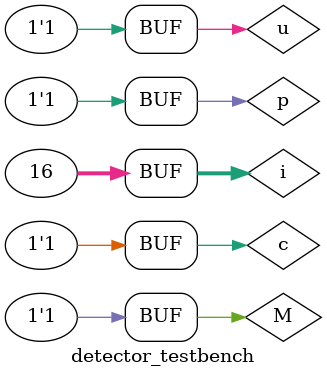
<source format=sv>


module detector (u, p, c, M, Dis, St);
	
	input logic u, p, c, M;			// given input: upc number of item, a secret mark by detector
	output logic Dis, St;			// outcome: whether it is discounted and whether it is stolen
	
	assign Dis = p | (u & c);
	assign St = (~p & ~c & ~M) | (u & c & ~M);
	
endmodule

// This testbench create all possible combinations (2^4) of 4 inputs (u, p, c, M)
// Also include the combinatiuons that does not defined with item number UPC (don't cares)
// By the testbench, it is possible to check whether there is correct output by simulating on ModelSim
module detector_testbench ();

	logic u, p, c, M, Dis, St;		// input: u, p, c, M		// output: Dis, St
	
	detector dut (u, p, c, M, Dis, St);
	
	integer i;
		
	initial begin
		
		for (i=0; i<2**4; i++) begin
			
			{u, p, c, M} = i; #10;

		end
		
	end
		
endmodule	
</source>
